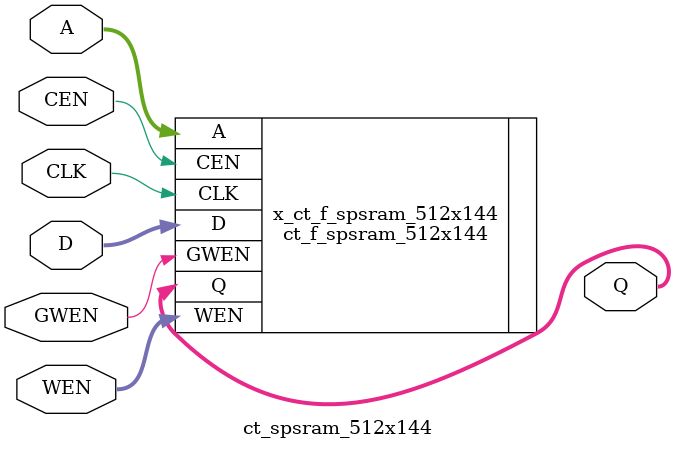
<source format=v>

/*Copyright 2019-2021 T-Head Semiconductor Co., Ltd.

Licensed under the Apache License, Version 2.0 (the "License");
you may not use this file except in compliance with the License.
You may obtain a copy of the License at

    http://www.apache.org/licenses/LICENSE-2.0

Unless required by applicable law or agreed to in writing, software
distributed under the License is distributed on an "AS IS" BASIS,
WITHOUT WARRANTIES OR CONDITIONS OF ANY KIND, either express or implied.
See the License for the specific language governing permissions and
limitations under the License.
*/

// &ModuleBeg; @22
module ct_spsram_512x144(
  A,
  CEN,
  CLK,
  D,
  GWEN,
  Q,
  WEN
);

// &Ports; @23
input   [8  :0]  A;   
input            CEN; 
input            CLK; 
input   [143:0]  D;   
input            GWEN; 
input   [143:0]  WEN; 
output  [143:0]  Q;   

// &Regs; @24

// &Wires; @25
wire    [8  :0]  A;   
wire             CEN; 
wire             CLK; 
wire    [143:0]  D;   
wire             GWEN; 
wire    [143:0]  Q;   
wire    [143:0]  WEN; 


//**********************************************************
//                  Parameter Definition
//**********************************************************
parameter ADDR_WIDTH = 9;
parameter DATA_WIDTH = 144;
parameter WE_WIDTH   = 144;

// &Force("bus","Q",DATA_WIDTH-1,0); @34
// &Force("bus","WEN",WE_WIDTH-1,0); @35
// &Force("bus","A",ADDR_WIDTH-1,0); @36
// &Force("bus","D",DATA_WIDTH-1,0); @37

  //********************************************************
  //*                        FPGA memory                   *
  //********************************************************
//   &Instance("ct_f_spsram_512x144"); @43
ct_f_spsram_512x144  x_ct_f_spsram_512x144 (
  .A    (A   ),
  .CEN  (CEN ),
  .CLK  (CLK ),
  .D    (D   ),
  .GWEN (GWEN),
  .Q    (Q   ),
  .WEN  (WEN )
);

//   &Instance("ct_tsmc_spsram_512x144"); @49

// &ModuleEnd; @65
endmodule



</source>
